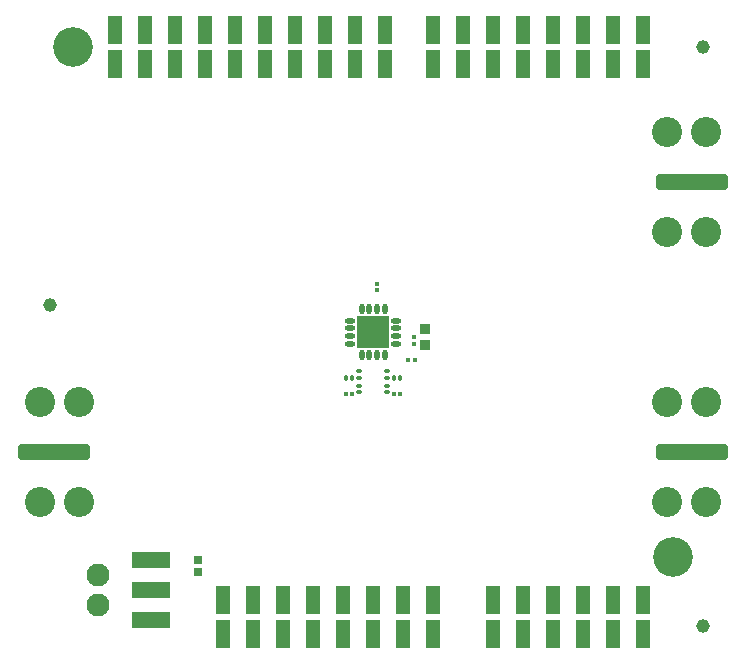
<source format=gts>
G04*
G04 #@! TF.GenerationSoftware,Altium Limited,Altium Designer,22.10.1 (41)*
G04*
G04 Layer_Color=8388736*
%FSLAX24Y24*%
%MOIN*%
G70*
G04*
G04 #@! TF.SameCoordinates,1EAF6387-FA3A-421D-BABF-0C9075E41397*
G04*
G04*
G04 #@! TF.FilePolarity,Negative*
G04*
G01*
G75*
%ADD31R,0.0277X0.0296*%
%ADD32R,0.1312X0.0560*%
G04:AMPARAMS|DCode=33|XSize=242.2mil|YSize=56mil|CornerRadius=15.5mil|HoleSize=0mil|Usage=FLASHONLY|Rotation=180.000|XOffset=0mil|YOffset=0mil|HoleType=Round|Shape=RoundedRectangle|*
%AMROUNDEDRECTD33*
21,1,0.2422,0.0250,0,0,180.0*
21,1,0.2112,0.0560,0,0,180.0*
1,1,0.0310,-0.1056,0.0125*
1,1,0.0310,0.1056,0.0125*
1,1,0.0310,0.1056,-0.0125*
1,1,0.0310,-0.1056,-0.0125*
%
%ADD33ROUNDEDRECTD33*%
%ADD34O,0.0178X0.0375*%
%ADD35O,0.0375X0.0178*%
%ADD36R,0.1103X0.1103*%
G04:AMPARAMS|DCode=37|XSize=17.8mil|YSize=16.6mil|CornerRadius=5.7mil|HoleSize=0mil|Usage=FLASHONLY|Rotation=0.000|XOffset=0mil|YOffset=0mil|HoleType=Round|Shape=RoundedRectangle|*
%AMROUNDEDRECTD37*
21,1,0.0178,0.0053,0,0,0.0*
21,1,0.0065,0.0166,0,0,0.0*
1,1,0.0113,0.0032,-0.0027*
1,1,0.0113,-0.0032,-0.0027*
1,1,0.0113,-0.0032,0.0027*
1,1,0.0113,0.0032,0.0027*
%
%ADD37ROUNDEDRECTD37*%
%ADD38R,0.0375X0.0355*%
%ADD39R,0.0462X0.0922*%
%ADD40C,0.0454*%
%ADD41R,0.0178X0.0166*%
G04:AMPARAMS|DCode=42|XSize=17.8mil|YSize=16.6mil|CornerRadius=5.7mil|HoleSize=0mil|Usage=FLASHONLY|Rotation=270.000|XOffset=0mil|YOffset=0mil|HoleType=Round|Shape=RoundedRectangle|*
%AMROUNDEDRECTD42*
21,1,0.0178,0.0053,0,0,270.0*
21,1,0.0065,0.0166,0,0,270.0*
1,1,0.0113,-0.0027,-0.0032*
1,1,0.0113,-0.0027,0.0032*
1,1,0.0113,0.0027,0.0032*
1,1,0.0113,0.0027,-0.0032*
%
%ADD42ROUNDEDRECTD42*%
G04:AMPARAMS|DCode=43|XSize=15.7mil|YSize=14.6mil|CornerRadius=4.6mil|HoleSize=0mil|Usage=FLASHONLY|Rotation=270.000|XOffset=0mil|YOffset=0mil|HoleType=Round|Shape=RoundedRectangle|*
%AMROUNDEDRECTD43*
21,1,0.0157,0.0053,0,0,270.0*
21,1,0.0065,0.0146,0,0,270.0*
1,1,0.0093,-0.0027,-0.0032*
1,1,0.0093,-0.0027,0.0032*
1,1,0.0093,0.0027,0.0032*
1,1,0.0093,0.0027,-0.0032*
%
%ADD43ROUNDEDRECTD43*%
%ADD44R,0.0166X0.0178*%
%ADD45C,0.0761*%
%ADD46C,0.1005*%
%ADD47C,0.1320*%
D31*
X6156Y2808D02*
D03*
Y3202D02*
D03*
D32*
X4606Y1207D02*
D03*
Y3207D02*
D03*
Y2207D02*
D03*
D33*
X22627Y6800D02*
D03*
X1372D02*
D03*
X22634Y15800D02*
D03*
D34*
X11616Y10022D02*
D03*
X11872D02*
D03*
X12128D02*
D03*
X12384D02*
D03*
Y11578D02*
D03*
X12128D02*
D03*
X11872D02*
D03*
X11616D02*
D03*
D35*
X12778Y10416D02*
D03*
Y10672D02*
D03*
Y10928D02*
D03*
Y11184D02*
D03*
X11222D02*
D03*
Y10928D02*
D03*
Y10672D02*
D03*
Y10416D02*
D03*
D36*
X12000Y10800D02*
D03*
D37*
X12478Y9494D02*
D03*
Y9270D02*
D03*
Y9016D02*
D03*
Y8791D02*
D03*
X11522Y9016D02*
D03*
Y8791D02*
D03*
Y9494D02*
D03*
Y9270D02*
D03*
D38*
X13723Y10360D02*
D03*
Y10891D02*
D03*
D39*
X18000Y723D02*
D03*
Y1877D02*
D03*
X16000Y723D02*
D03*
X17000D02*
D03*
X20000D02*
D03*
X21000D02*
D03*
X16000Y1877D02*
D03*
X17000D02*
D03*
X20000D02*
D03*
X21000D02*
D03*
X19000Y723D02*
D03*
X19000Y1877D02*
D03*
X10400Y20877D02*
D03*
X6400D02*
D03*
X10400Y19723D02*
D03*
X6400Y19723D02*
D03*
X12400Y20877D02*
D03*
X11400D02*
D03*
X8400D02*
D03*
X7400D02*
D03*
X5400D02*
D03*
X4400D02*
D03*
X12400Y19723D02*
D03*
X11400D02*
D03*
X8400D02*
D03*
X7400D02*
D03*
X5400D02*
D03*
X4400Y19723D02*
D03*
X9400Y20877D02*
D03*
X3400D02*
D03*
X9400Y19723D02*
D03*
X3400D02*
D03*
X19000Y20877D02*
D03*
X15000D02*
D03*
X19000Y19723D02*
D03*
X15000D02*
D03*
X20000Y20877D02*
D03*
X21000D02*
D03*
X16000D02*
D03*
X17000D02*
D03*
X14000D02*
D03*
X20000Y19723D02*
D03*
X21000D02*
D03*
X16000Y19723D02*
D03*
X17000Y19723D02*
D03*
X14000D02*
D03*
X18000Y20877D02*
D03*
Y19723D02*
D03*
X9000Y723D02*
D03*
X13000D02*
D03*
X9000Y1877D02*
D03*
X13000D02*
D03*
X8000Y723D02*
D03*
X7000D02*
D03*
X12000D02*
D03*
X11000D02*
D03*
X14000D02*
D03*
X8000Y1877D02*
D03*
X7000D02*
D03*
X12000Y1877D02*
D03*
X11000Y1877D02*
D03*
X14000D02*
D03*
X10000Y723D02*
D03*
Y1877D02*
D03*
D40*
X23000Y20300D02*
D03*
X1213Y11706D02*
D03*
X22986Y1000D02*
D03*
D41*
X12128Y12412D02*
D03*
Y12188D02*
D03*
X13350Y10643D02*
D03*
Y10418D02*
D03*
D42*
X12911Y9274D02*
D03*
X12686D02*
D03*
X11087D02*
D03*
X11311D02*
D03*
D43*
X12686Y8733D02*
D03*
X12911D02*
D03*
X11311D02*
D03*
X11087D02*
D03*
D44*
X13386Y9855D02*
D03*
X13161D02*
D03*
D45*
X2836Y1707D02*
D03*
Y2707D02*
D03*
D46*
X21788Y8475D02*
D03*
X23099D02*
D03*
X21788Y5125D02*
D03*
X23099D02*
D03*
X2211D02*
D03*
X900D02*
D03*
X2211Y8475D02*
D03*
X900D02*
D03*
X21795Y17475D02*
D03*
X23106D02*
D03*
X21795Y14125D02*
D03*
X23106D02*
D03*
D47*
X22000Y3300D02*
D03*
X2000Y20300D02*
D03*
M02*

</source>
